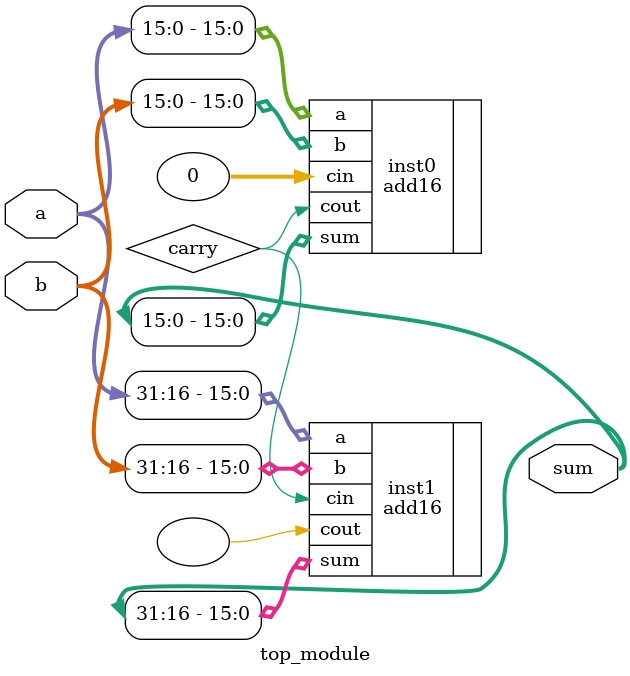
<source format=v>

module top_module(
    input [31:0] a,
    input [31:0] b,
    output [31:0] sum
);
	wire carry;
    
    add16 inst0(.a(a[15:0]), .b(b[15:0]), .cin(0), .cout(carry), .sum(sum[15:0]));
    add16 inst1(.a(a[31:16]), .b(b[31:16]), .cin(carry), .cout(), .sum(sum[31:16]));
    
endmodule


</source>
